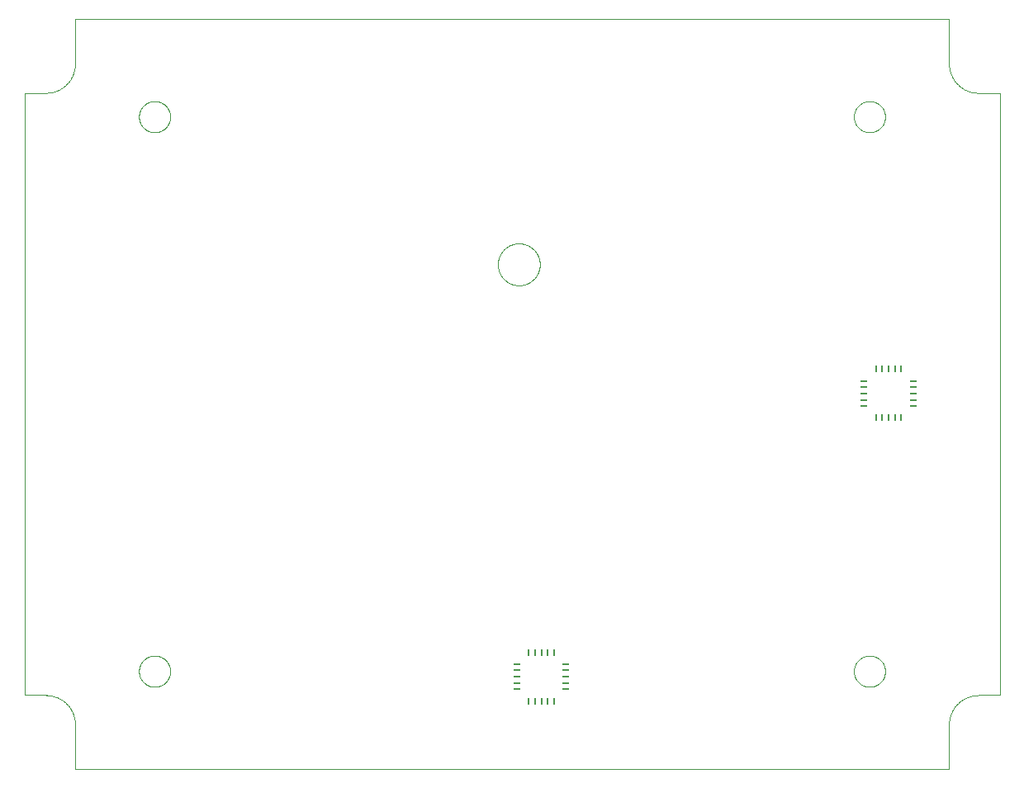
<source format=gbp>
G75*
%MOIN*%
%OFA0B0*%
%FSLAX25Y25*%
%IPPOS*%
%LPD*%
%AMOC8*
5,1,8,0,0,1.08239X$1,22.5*
%
%ADD10C,0.00000*%
%ADD11R,0.02559X0.00787*%
%ADD12R,0.00787X0.02559*%
D10*
X0022017Y0016053D02*
X0022017Y0034163D01*
X0022014Y0034448D01*
X0022003Y0034734D01*
X0021986Y0035019D01*
X0021962Y0035303D01*
X0021931Y0035587D01*
X0021893Y0035870D01*
X0021848Y0036151D01*
X0021797Y0036432D01*
X0021739Y0036712D01*
X0021674Y0036990D01*
X0021602Y0037266D01*
X0021524Y0037540D01*
X0021439Y0037813D01*
X0021347Y0038083D01*
X0021249Y0038351D01*
X0021145Y0038617D01*
X0021034Y0038880D01*
X0020917Y0039140D01*
X0020794Y0039398D01*
X0020664Y0039652D01*
X0020528Y0039903D01*
X0020387Y0040151D01*
X0020239Y0040395D01*
X0020086Y0040636D01*
X0019926Y0040872D01*
X0019761Y0041105D01*
X0019591Y0041334D01*
X0019415Y0041559D01*
X0019233Y0041779D01*
X0019047Y0041995D01*
X0018855Y0042206D01*
X0018658Y0042413D01*
X0018456Y0042615D01*
X0018249Y0042812D01*
X0018038Y0043004D01*
X0017822Y0043190D01*
X0017602Y0043372D01*
X0017377Y0043548D01*
X0017148Y0043718D01*
X0016915Y0043883D01*
X0016679Y0044043D01*
X0016438Y0044196D01*
X0016194Y0044344D01*
X0015946Y0044485D01*
X0015695Y0044621D01*
X0015441Y0044751D01*
X0015183Y0044874D01*
X0014923Y0044991D01*
X0014660Y0045102D01*
X0014394Y0045206D01*
X0014126Y0045304D01*
X0013856Y0045396D01*
X0013583Y0045481D01*
X0013309Y0045559D01*
X0013033Y0045631D01*
X0012755Y0045696D01*
X0012475Y0045754D01*
X0012194Y0045805D01*
X0011913Y0045850D01*
X0011630Y0045888D01*
X0011346Y0045919D01*
X0011062Y0045943D01*
X0010777Y0045960D01*
X0010491Y0045971D01*
X0010206Y0045974D01*
X0010206Y0045975D02*
X0001545Y0045975D01*
X0001545Y0289282D01*
X0010206Y0289282D01*
X0010491Y0289285D01*
X0010777Y0289296D01*
X0011062Y0289313D01*
X0011346Y0289337D01*
X0011630Y0289368D01*
X0011913Y0289406D01*
X0012194Y0289451D01*
X0012475Y0289502D01*
X0012755Y0289560D01*
X0013033Y0289625D01*
X0013309Y0289697D01*
X0013583Y0289775D01*
X0013856Y0289860D01*
X0014126Y0289952D01*
X0014394Y0290050D01*
X0014660Y0290154D01*
X0014923Y0290265D01*
X0015183Y0290382D01*
X0015441Y0290505D01*
X0015695Y0290635D01*
X0015946Y0290771D01*
X0016194Y0290912D01*
X0016438Y0291060D01*
X0016679Y0291213D01*
X0016915Y0291373D01*
X0017148Y0291538D01*
X0017377Y0291708D01*
X0017602Y0291884D01*
X0017822Y0292066D01*
X0018038Y0292252D01*
X0018249Y0292444D01*
X0018456Y0292641D01*
X0018658Y0292843D01*
X0018855Y0293050D01*
X0019047Y0293261D01*
X0019233Y0293477D01*
X0019415Y0293697D01*
X0019591Y0293922D01*
X0019761Y0294151D01*
X0019926Y0294384D01*
X0020086Y0294620D01*
X0020239Y0294861D01*
X0020387Y0295105D01*
X0020528Y0295353D01*
X0020664Y0295604D01*
X0020794Y0295858D01*
X0020917Y0296116D01*
X0021034Y0296376D01*
X0021145Y0296639D01*
X0021249Y0296905D01*
X0021347Y0297173D01*
X0021439Y0297443D01*
X0021524Y0297716D01*
X0021602Y0297990D01*
X0021674Y0298266D01*
X0021739Y0298544D01*
X0021797Y0298824D01*
X0021848Y0299105D01*
X0021893Y0299386D01*
X0021931Y0299669D01*
X0021962Y0299953D01*
X0021986Y0300237D01*
X0022003Y0300522D01*
X0022014Y0300808D01*
X0022017Y0301093D01*
X0022017Y0319203D01*
X0374773Y0319203D01*
X0374773Y0301093D01*
X0374776Y0300808D01*
X0374787Y0300522D01*
X0374804Y0300237D01*
X0374828Y0299953D01*
X0374859Y0299669D01*
X0374897Y0299386D01*
X0374942Y0299105D01*
X0374993Y0298824D01*
X0375051Y0298544D01*
X0375116Y0298266D01*
X0375188Y0297990D01*
X0375266Y0297716D01*
X0375351Y0297443D01*
X0375443Y0297173D01*
X0375541Y0296905D01*
X0375645Y0296639D01*
X0375756Y0296376D01*
X0375873Y0296116D01*
X0375996Y0295858D01*
X0376126Y0295604D01*
X0376262Y0295353D01*
X0376403Y0295105D01*
X0376551Y0294861D01*
X0376704Y0294620D01*
X0376864Y0294384D01*
X0377029Y0294151D01*
X0377199Y0293922D01*
X0377375Y0293697D01*
X0377557Y0293477D01*
X0377743Y0293261D01*
X0377935Y0293050D01*
X0378132Y0292843D01*
X0378334Y0292641D01*
X0378541Y0292444D01*
X0378752Y0292252D01*
X0378968Y0292066D01*
X0379188Y0291884D01*
X0379413Y0291708D01*
X0379642Y0291538D01*
X0379875Y0291373D01*
X0380111Y0291213D01*
X0380352Y0291060D01*
X0380596Y0290912D01*
X0380844Y0290771D01*
X0381095Y0290635D01*
X0381349Y0290505D01*
X0381607Y0290382D01*
X0381867Y0290265D01*
X0382130Y0290154D01*
X0382396Y0290050D01*
X0382664Y0289952D01*
X0382934Y0289860D01*
X0383207Y0289775D01*
X0383481Y0289697D01*
X0383757Y0289625D01*
X0384035Y0289560D01*
X0384315Y0289502D01*
X0384596Y0289451D01*
X0384877Y0289406D01*
X0385160Y0289368D01*
X0385444Y0289337D01*
X0385728Y0289313D01*
X0386013Y0289296D01*
X0386299Y0289285D01*
X0386584Y0289282D01*
X0395245Y0289282D01*
X0395245Y0045975D01*
X0386584Y0045975D01*
X0386584Y0045974D02*
X0386299Y0045971D01*
X0386013Y0045960D01*
X0385728Y0045943D01*
X0385444Y0045919D01*
X0385160Y0045888D01*
X0384877Y0045850D01*
X0384596Y0045805D01*
X0384315Y0045754D01*
X0384035Y0045696D01*
X0383757Y0045631D01*
X0383481Y0045559D01*
X0383207Y0045481D01*
X0382934Y0045396D01*
X0382664Y0045304D01*
X0382396Y0045206D01*
X0382130Y0045102D01*
X0381867Y0044991D01*
X0381607Y0044874D01*
X0381349Y0044751D01*
X0381095Y0044621D01*
X0380844Y0044485D01*
X0380596Y0044344D01*
X0380352Y0044196D01*
X0380111Y0044043D01*
X0379875Y0043883D01*
X0379642Y0043718D01*
X0379413Y0043548D01*
X0379188Y0043372D01*
X0378968Y0043190D01*
X0378752Y0043004D01*
X0378541Y0042812D01*
X0378334Y0042615D01*
X0378132Y0042413D01*
X0377935Y0042206D01*
X0377743Y0041995D01*
X0377557Y0041779D01*
X0377375Y0041559D01*
X0377199Y0041334D01*
X0377029Y0041105D01*
X0376864Y0040872D01*
X0376704Y0040636D01*
X0376551Y0040395D01*
X0376403Y0040151D01*
X0376262Y0039903D01*
X0376126Y0039652D01*
X0375996Y0039398D01*
X0375873Y0039140D01*
X0375756Y0038880D01*
X0375645Y0038617D01*
X0375541Y0038351D01*
X0375443Y0038083D01*
X0375351Y0037813D01*
X0375266Y0037540D01*
X0375188Y0037266D01*
X0375116Y0036990D01*
X0375051Y0036712D01*
X0374993Y0036432D01*
X0374942Y0036151D01*
X0374897Y0035870D01*
X0374859Y0035587D01*
X0374828Y0035303D01*
X0374804Y0035019D01*
X0374787Y0034734D01*
X0374776Y0034448D01*
X0374773Y0034163D01*
X0374773Y0016053D01*
X0022017Y0016053D01*
X0010600Y0045975D02*
X0010206Y0045975D01*
X0047805Y0055620D02*
X0047807Y0055778D01*
X0047813Y0055936D01*
X0047823Y0056094D01*
X0047837Y0056252D01*
X0047855Y0056409D01*
X0047876Y0056566D01*
X0047902Y0056722D01*
X0047932Y0056878D01*
X0047965Y0057033D01*
X0048003Y0057186D01*
X0048044Y0057339D01*
X0048089Y0057491D01*
X0048138Y0057642D01*
X0048191Y0057791D01*
X0048247Y0057939D01*
X0048307Y0058085D01*
X0048371Y0058230D01*
X0048439Y0058373D01*
X0048510Y0058515D01*
X0048584Y0058655D01*
X0048662Y0058792D01*
X0048744Y0058928D01*
X0048828Y0059062D01*
X0048917Y0059193D01*
X0049008Y0059322D01*
X0049103Y0059449D01*
X0049200Y0059574D01*
X0049301Y0059696D01*
X0049405Y0059815D01*
X0049512Y0059932D01*
X0049622Y0060046D01*
X0049735Y0060157D01*
X0049850Y0060266D01*
X0049968Y0060371D01*
X0050089Y0060473D01*
X0050212Y0060573D01*
X0050338Y0060669D01*
X0050466Y0060762D01*
X0050596Y0060852D01*
X0050729Y0060938D01*
X0050864Y0061022D01*
X0051000Y0061101D01*
X0051139Y0061178D01*
X0051280Y0061250D01*
X0051422Y0061320D01*
X0051566Y0061385D01*
X0051712Y0061447D01*
X0051859Y0061505D01*
X0052008Y0061560D01*
X0052158Y0061611D01*
X0052309Y0061658D01*
X0052461Y0061701D01*
X0052614Y0061740D01*
X0052769Y0061776D01*
X0052924Y0061807D01*
X0053080Y0061835D01*
X0053236Y0061859D01*
X0053393Y0061879D01*
X0053551Y0061895D01*
X0053708Y0061907D01*
X0053867Y0061915D01*
X0054025Y0061919D01*
X0054183Y0061919D01*
X0054341Y0061915D01*
X0054500Y0061907D01*
X0054657Y0061895D01*
X0054815Y0061879D01*
X0054972Y0061859D01*
X0055128Y0061835D01*
X0055284Y0061807D01*
X0055439Y0061776D01*
X0055594Y0061740D01*
X0055747Y0061701D01*
X0055899Y0061658D01*
X0056050Y0061611D01*
X0056200Y0061560D01*
X0056349Y0061505D01*
X0056496Y0061447D01*
X0056642Y0061385D01*
X0056786Y0061320D01*
X0056928Y0061250D01*
X0057069Y0061178D01*
X0057208Y0061101D01*
X0057344Y0061022D01*
X0057479Y0060938D01*
X0057612Y0060852D01*
X0057742Y0060762D01*
X0057870Y0060669D01*
X0057996Y0060573D01*
X0058119Y0060473D01*
X0058240Y0060371D01*
X0058358Y0060266D01*
X0058473Y0060157D01*
X0058586Y0060046D01*
X0058696Y0059932D01*
X0058803Y0059815D01*
X0058907Y0059696D01*
X0059008Y0059574D01*
X0059105Y0059449D01*
X0059200Y0059322D01*
X0059291Y0059193D01*
X0059380Y0059062D01*
X0059464Y0058928D01*
X0059546Y0058792D01*
X0059624Y0058655D01*
X0059698Y0058515D01*
X0059769Y0058373D01*
X0059837Y0058230D01*
X0059901Y0058085D01*
X0059961Y0057939D01*
X0060017Y0057791D01*
X0060070Y0057642D01*
X0060119Y0057491D01*
X0060164Y0057339D01*
X0060205Y0057186D01*
X0060243Y0057033D01*
X0060276Y0056878D01*
X0060306Y0056722D01*
X0060332Y0056566D01*
X0060353Y0056409D01*
X0060371Y0056252D01*
X0060385Y0056094D01*
X0060395Y0055936D01*
X0060401Y0055778D01*
X0060403Y0055620D01*
X0060401Y0055462D01*
X0060395Y0055304D01*
X0060385Y0055146D01*
X0060371Y0054988D01*
X0060353Y0054831D01*
X0060332Y0054674D01*
X0060306Y0054518D01*
X0060276Y0054362D01*
X0060243Y0054207D01*
X0060205Y0054054D01*
X0060164Y0053901D01*
X0060119Y0053749D01*
X0060070Y0053598D01*
X0060017Y0053449D01*
X0059961Y0053301D01*
X0059901Y0053155D01*
X0059837Y0053010D01*
X0059769Y0052867D01*
X0059698Y0052725D01*
X0059624Y0052585D01*
X0059546Y0052448D01*
X0059464Y0052312D01*
X0059380Y0052178D01*
X0059291Y0052047D01*
X0059200Y0051918D01*
X0059105Y0051791D01*
X0059008Y0051666D01*
X0058907Y0051544D01*
X0058803Y0051425D01*
X0058696Y0051308D01*
X0058586Y0051194D01*
X0058473Y0051083D01*
X0058358Y0050974D01*
X0058240Y0050869D01*
X0058119Y0050767D01*
X0057996Y0050667D01*
X0057870Y0050571D01*
X0057742Y0050478D01*
X0057612Y0050388D01*
X0057479Y0050302D01*
X0057344Y0050218D01*
X0057208Y0050139D01*
X0057069Y0050062D01*
X0056928Y0049990D01*
X0056786Y0049920D01*
X0056642Y0049855D01*
X0056496Y0049793D01*
X0056349Y0049735D01*
X0056200Y0049680D01*
X0056050Y0049629D01*
X0055899Y0049582D01*
X0055747Y0049539D01*
X0055594Y0049500D01*
X0055439Y0049464D01*
X0055284Y0049433D01*
X0055128Y0049405D01*
X0054972Y0049381D01*
X0054815Y0049361D01*
X0054657Y0049345D01*
X0054500Y0049333D01*
X0054341Y0049325D01*
X0054183Y0049321D01*
X0054025Y0049321D01*
X0053867Y0049325D01*
X0053708Y0049333D01*
X0053551Y0049345D01*
X0053393Y0049361D01*
X0053236Y0049381D01*
X0053080Y0049405D01*
X0052924Y0049433D01*
X0052769Y0049464D01*
X0052614Y0049500D01*
X0052461Y0049539D01*
X0052309Y0049582D01*
X0052158Y0049629D01*
X0052008Y0049680D01*
X0051859Y0049735D01*
X0051712Y0049793D01*
X0051566Y0049855D01*
X0051422Y0049920D01*
X0051280Y0049990D01*
X0051139Y0050062D01*
X0051000Y0050139D01*
X0050864Y0050218D01*
X0050729Y0050302D01*
X0050596Y0050388D01*
X0050466Y0050478D01*
X0050338Y0050571D01*
X0050212Y0050667D01*
X0050089Y0050767D01*
X0049968Y0050869D01*
X0049850Y0050974D01*
X0049735Y0051083D01*
X0049622Y0051194D01*
X0049512Y0051308D01*
X0049405Y0051425D01*
X0049301Y0051544D01*
X0049200Y0051666D01*
X0049103Y0051791D01*
X0049008Y0051918D01*
X0048917Y0052047D01*
X0048828Y0052178D01*
X0048744Y0052312D01*
X0048662Y0052448D01*
X0048584Y0052585D01*
X0048510Y0052725D01*
X0048439Y0052867D01*
X0048371Y0053010D01*
X0048307Y0053155D01*
X0048247Y0053301D01*
X0048191Y0053449D01*
X0048138Y0053598D01*
X0048089Y0053749D01*
X0048044Y0053901D01*
X0048003Y0054054D01*
X0047965Y0054207D01*
X0047932Y0054362D01*
X0047902Y0054518D01*
X0047876Y0054674D01*
X0047855Y0054831D01*
X0047837Y0054988D01*
X0047823Y0055146D01*
X0047813Y0055304D01*
X0047807Y0055462D01*
X0047805Y0055620D01*
X0192686Y0219990D02*
X0192689Y0220198D01*
X0192696Y0220405D01*
X0192709Y0220613D01*
X0192727Y0220820D01*
X0192750Y0221026D01*
X0192778Y0221232D01*
X0192811Y0221437D01*
X0192849Y0221641D01*
X0192892Y0221845D01*
X0192940Y0222047D01*
X0192993Y0222248D01*
X0193051Y0222447D01*
X0193113Y0222645D01*
X0193181Y0222842D01*
X0193253Y0223037D01*
X0193330Y0223229D01*
X0193412Y0223420D01*
X0193499Y0223609D01*
X0193590Y0223796D01*
X0193686Y0223980D01*
X0193786Y0224162D01*
X0193890Y0224342D01*
X0193999Y0224519D01*
X0194113Y0224693D01*
X0194230Y0224864D01*
X0194352Y0225033D01*
X0194478Y0225198D01*
X0194607Y0225360D01*
X0194741Y0225519D01*
X0194879Y0225675D01*
X0195020Y0225827D01*
X0195165Y0225976D01*
X0195314Y0226121D01*
X0195466Y0226262D01*
X0195622Y0226400D01*
X0195781Y0226534D01*
X0195943Y0226663D01*
X0196108Y0226789D01*
X0196277Y0226911D01*
X0196448Y0227028D01*
X0196622Y0227142D01*
X0196799Y0227251D01*
X0196979Y0227355D01*
X0197161Y0227455D01*
X0197345Y0227551D01*
X0197532Y0227642D01*
X0197721Y0227729D01*
X0197912Y0227811D01*
X0198104Y0227888D01*
X0198299Y0227960D01*
X0198496Y0228028D01*
X0198694Y0228090D01*
X0198893Y0228148D01*
X0199094Y0228201D01*
X0199296Y0228249D01*
X0199500Y0228292D01*
X0199704Y0228330D01*
X0199909Y0228363D01*
X0200115Y0228391D01*
X0200321Y0228414D01*
X0200528Y0228432D01*
X0200736Y0228445D01*
X0200943Y0228452D01*
X0201151Y0228455D01*
X0201359Y0228452D01*
X0201566Y0228445D01*
X0201774Y0228432D01*
X0201981Y0228414D01*
X0202187Y0228391D01*
X0202393Y0228363D01*
X0202598Y0228330D01*
X0202802Y0228292D01*
X0203006Y0228249D01*
X0203208Y0228201D01*
X0203409Y0228148D01*
X0203608Y0228090D01*
X0203806Y0228028D01*
X0204003Y0227960D01*
X0204198Y0227888D01*
X0204390Y0227811D01*
X0204581Y0227729D01*
X0204770Y0227642D01*
X0204957Y0227551D01*
X0205141Y0227455D01*
X0205323Y0227355D01*
X0205503Y0227251D01*
X0205680Y0227142D01*
X0205854Y0227028D01*
X0206025Y0226911D01*
X0206194Y0226789D01*
X0206359Y0226663D01*
X0206521Y0226534D01*
X0206680Y0226400D01*
X0206836Y0226262D01*
X0206988Y0226121D01*
X0207137Y0225976D01*
X0207282Y0225827D01*
X0207423Y0225675D01*
X0207561Y0225519D01*
X0207695Y0225360D01*
X0207824Y0225198D01*
X0207950Y0225033D01*
X0208072Y0224864D01*
X0208189Y0224693D01*
X0208303Y0224519D01*
X0208412Y0224342D01*
X0208516Y0224162D01*
X0208616Y0223980D01*
X0208712Y0223796D01*
X0208803Y0223609D01*
X0208890Y0223420D01*
X0208972Y0223229D01*
X0209049Y0223037D01*
X0209121Y0222842D01*
X0209189Y0222645D01*
X0209251Y0222447D01*
X0209309Y0222248D01*
X0209362Y0222047D01*
X0209410Y0221845D01*
X0209453Y0221641D01*
X0209491Y0221437D01*
X0209524Y0221232D01*
X0209552Y0221026D01*
X0209575Y0220820D01*
X0209593Y0220613D01*
X0209606Y0220405D01*
X0209613Y0220198D01*
X0209616Y0219990D01*
X0209613Y0219782D01*
X0209606Y0219575D01*
X0209593Y0219367D01*
X0209575Y0219160D01*
X0209552Y0218954D01*
X0209524Y0218748D01*
X0209491Y0218543D01*
X0209453Y0218339D01*
X0209410Y0218135D01*
X0209362Y0217933D01*
X0209309Y0217732D01*
X0209251Y0217533D01*
X0209189Y0217335D01*
X0209121Y0217138D01*
X0209049Y0216943D01*
X0208972Y0216751D01*
X0208890Y0216560D01*
X0208803Y0216371D01*
X0208712Y0216184D01*
X0208616Y0216000D01*
X0208516Y0215818D01*
X0208412Y0215638D01*
X0208303Y0215461D01*
X0208189Y0215287D01*
X0208072Y0215116D01*
X0207950Y0214947D01*
X0207824Y0214782D01*
X0207695Y0214620D01*
X0207561Y0214461D01*
X0207423Y0214305D01*
X0207282Y0214153D01*
X0207137Y0214004D01*
X0206988Y0213859D01*
X0206836Y0213718D01*
X0206680Y0213580D01*
X0206521Y0213446D01*
X0206359Y0213317D01*
X0206194Y0213191D01*
X0206025Y0213069D01*
X0205854Y0212952D01*
X0205680Y0212838D01*
X0205503Y0212729D01*
X0205323Y0212625D01*
X0205141Y0212525D01*
X0204957Y0212429D01*
X0204770Y0212338D01*
X0204581Y0212251D01*
X0204390Y0212169D01*
X0204198Y0212092D01*
X0204003Y0212020D01*
X0203806Y0211952D01*
X0203608Y0211890D01*
X0203409Y0211832D01*
X0203208Y0211779D01*
X0203006Y0211731D01*
X0202802Y0211688D01*
X0202598Y0211650D01*
X0202393Y0211617D01*
X0202187Y0211589D01*
X0201981Y0211566D01*
X0201774Y0211548D01*
X0201566Y0211535D01*
X0201359Y0211528D01*
X0201151Y0211525D01*
X0200943Y0211528D01*
X0200736Y0211535D01*
X0200528Y0211548D01*
X0200321Y0211566D01*
X0200115Y0211589D01*
X0199909Y0211617D01*
X0199704Y0211650D01*
X0199500Y0211688D01*
X0199296Y0211731D01*
X0199094Y0211779D01*
X0198893Y0211832D01*
X0198694Y0211890D01*
X0198496Y0211952D01*
X0198299Y0212020D01*
X0198104Y0212092D01*
X0197912Y0212169D01*
X0197721Y0212251D01*
X0197532Y0212338D01*
X0197345Y0212429D01*
X0197161Y0212525D01*
X0196979Y0212625D01*
X0196799Y0212729D01*
X0196622Y0212838D01*
X0196448Y0212952D01*
X0196277Y0213069D01*
X0196108Y0213191D01*
X0195943Y0213317D01*
X0195781Y0213446D01*
X0195622Y0213580D01*
X0195466Y0213718D01*
X0195314Y0213859D01*
X0195165Y0214004D01*
X0195020Y0214153D01*
X0194879Y0214305D01*
X0194741Y0214461D01*
X0194607Y0214620D01*
X0194478Y0214782D01*
X0194352Y0214947D01*
X0194230Y0215116D01*
X0194113Y0215287D01*
X0193999Y0215461D01*
X0193890Y0215638D01*
X0193786Y0215818D01*
X0193686Y0216000D01*
X0193590Y0216184D01*
X0193499Y0216371D01*
X0193412Y0216560D01*
X0193330Y0216751D01*
X0193253Y0216943D01*
X0193181Y0217138D01*
X0193113Y0217335D01*
X0193051Y0217533D01*
X0192993Y0217732D01*
X0192940Y0217933D01*
X0192892Y0218135D01*
X0192849Y0218339D01*
X0192811Y0218543D01*
X0192778Y0218748D01*
X0192750Y0218954D01*
X0192727Y0219160D01*
X0192709Y0219367D01*
X0192696Y0219575D01*
X0192689Y0219782D01*
X0192686Y0219990D01*
X0047805Y0279636D02*
X0047807Y0279794D01*
X0047813Y0279952D01*
X0047823Y0280110D01*
X0047837Y0280268D01*
X0047855Y0280425D01*
X0047876Y0280582D01*
X0047902Y0280738D01*
X0047932Y0280894D01*
X0047965Y0281049D01*
X0048003Y0281202D01*
X0048044Y0281355D01*
X0048089Y0281507D01*
X0048138Y0281658D01*
X0048191Y0281807D01*
X0048247Y0281955D01*
X0048307Y0282101D01*
X0048371Y0282246D01*
X0048439Y0282389D01*
X0048510Y0282531D01*
X0048584Y0282671D01*
X0048662Y0282808D01*
X0048744Y0282944D01*
X0048828Y0283078D01*
X0048917Y0283209D01*
X0049008Y0283338D01*
X0049103Y0283465D01*
X0049200Y0283590D01*
X0049301Y0283712D01*
X0049405Y0283831D01*
X0049512Y0283948D01*
X0049622Y0284062D01*
X0049735Y0284173D01*
X0049850Y0284282D01*
X0049968Y0284387D01*
X0050089Y0284489D01*
X0050212Y0284589D01*
X0050338Y0284685D01*
X0050466Y0284778D01*
X0050596Y0284868D01*
X0050729Y0284954D01*
X0050864Y0285038D01*
X0051000Y0285117D01*
X0051139Y0285194D01*
X0051280Y0285266D01*
X0051422Y0285336D01*
X0051566Y0285401D01*
X0051712Y0285463D01*
X0051859Y0285521D01*
X0052008Y0285576D01*
X0052158Y0285627D01*
X0052309Y0285674D01*
X0052461Y0285717D01*
X0052614Y0285756D01*
X0052769Y0285792D01*
X0052924Y0285823D01*
X0053080Y0285851D01*
X0053236Y0285875D01*
X0053393Y0285895D01*
X0053551Y0285911D01*
X0053708Y0285923D01*
X0053867Y0285931D01*
X0054025Y0285935D01*
X0054183Y0285935D01*
X0054341Y0285931D01*
X0054500Y0285923D01*
X0054657Y0285911D01*
X0054815Y0285895D01*
X0054972Y0285875D01*
X0055128Y0285851D01*
X0055284Y0285823D01*
X0055439Y0285792D01*
X0055594Y0285756D01*
X0055747Y0285717D01*
X0055899Y0285674D01*
X0056050Y0285627D01*
X0056200Y0285576D01*
X0056349Y0285521D01*
X0056496Y0285463D01*
X0056642Y0285401D01*
X0056786Y0285336D01*
X0056928Y0285266D01*
X0057069Y0285194D01*
X0057208Y0285117D01*
X0057344Y0285038D01*
X0057479Y0284954D01*
X0057612Y0284868D01*
X0057742Y0284778D01*
X0057870Y0284685D01*
X0057996Y0284589D01*
X0058119Y0284489D01*
X0058240Y0284387D01*
X0058358Y0284282D01*
X0058473Y0284173D01*
X0058586Y0284062D01*
X0058696Y0283948D01*
X0058803Y0283831D01*
X0058907Y0283712D01*
X0059008Y0283590D01*
X0059105Y0283465D01*
X0059200Y0283338D01*
X0059291Y0283209D01*
X0059380Y0283078D01*
X0059464Y0282944D01*
X0059546Y0282808D01*
X0059624Y0282671D01*
X0059698Y0282531D01*
X0059769Y0282389D01*
X0059837Y0282246D01*
X0059901Y0282101D01*
X0059961Y0281955D01*
X0060017Y0281807D01*
X0060070Y0281658D01*
X0060119Y0281507D01*
X0060164Y0281355D01*
X0060205Y0281202D01*
X0060243Y0281049D01*
X0060276Y0280894D01*
X0060306Y0280738D01*
X0060332Y0280582D01*
X0060353Y0280425D01*
X0060371Y0280268D01*
X0060385Y0280110D01*
X0060395Y0279952D01*
X0060401Y0279794D01*
X0060403Y0279636D01*
X0060401Y0279478D01*
X0060395Y0279320D01*
X0060385Y0279162D01*
X0060371Y0279004D01*
X0060353Y0278847D01*
X0060332Y0278690D01*
X0060306Y0278534D01*
X0060276Y0278378D01*
X0060243Y0278223D01*
X0060205Y0278070D01*
X0060164Y0277917D01*
X0060119Y0277765D01*
X0060070Y0277614D01*
X0060017Y0277465D01*
X0059961Y0277317D01*
X0059901Y0277171D01*
X0059837Y0277026D01*
X0059769Y0276883D01*
X0059698Y0276741D01*
X0059624Y0276601D01*
X0059546Y0276464D01*
X0059464Y0276328D01*
X0059380Y0276194D01*
X0059291Y0276063D01*
X0059200Y0275934D01*
X0059105Y0275807D01*
X0059008Y0275682D01*
X0058907Y0275560D01*
X0058803Y0275441D01*
X0058696Y0275324D01*
X0058586Y0275210D01*
X0058473Y0275099D01*
X0058358Y0274990D01*
X0058240Y0274885D01*
X0058119Y0274783D01*
X0057996Y0274683D01*
X0057870Y0274587D01*
X0057742Y0274494D01*
X0057612Y0274404D01*
X0057479Y0274318D01*
X0057344Y0274234D01*
X0057208Y0274155D01*
X0057069Y0274078D01*
X0056928Y0274006D01*
X0056786Y0273936D01*
X0056642Y0273871D01*
X0056496Y0273809D01*
X0056349Y0273751D01*
X0056200Y0273696D01*
X0056050Y0273645D01*
X0055899Y0273598D01*
X0055747Y0273555D01*
X0055594Y0273516D01*
X0055439Y0273480D01*
X0055284Y0273449D01*
X0055128Y0273421D01*
X0054972Y0273397D01*
X0054815Y0273377D01*
X0054657Y0273361D01*
X0054500Y0273349D01*
X0054341Y0273341D01*
X0054183Y0273337D01*
X0054025Y0273337D01*
X0053867Y0273341D01*
X0053708Y0273349D01*
X0053551Y0273361D01*
X0053393Y0273377D01*
X0053236Y0273397D01*
X0053080Y0273421D01*
X0052924Y0273449D01*
X0052769Y0273480D01*
X0052614Y0273516D01*
X0052461Y0273555D01*
X0052309Y0273598D01*
X0052158Y0273645D01*
X0052008Y0273696D01*
X0051859Y0273751D01*
X0051712Y0273809D01*
X0051566Y0273871D01*
X0051422Y0273936D01*
X0051280Y0274006D01*
X0051139Y0274078D01*
X0051000Y0274155D01*
X0050864Y0274234D01*
X0050729Y0274318D01*
X0050596Y0274404D01*
X0050466Y0274494D01*
X0050338Y0274587D01*
X0050212Y0274683D01*
X0050089Y0274783D01*
X0049968Y0274885D01*
X0049850Y0274990D01*
X0049735Y0275099D01*
X0049622Y0275210D01*
X0049512Y0275324D01*
X0049405Y0275441D01*
X0049301Y0275560D01*
X0049200Y0275682D01*
X0049103Y0275807D01*
X0049008Y0275934D01*
X0048917Y0276063D01*
X0048828Y0276194D01*
X0048744Y0276328D01*
X0048662Y0276464D01*
X0048584Y0276601D01*
X0048510Y0276741D01*
X0048439Y0276883D01*
X0048371Y0277026D01*
X0048307Y0277171D01*
X0048247Y0277317D01*
X0048191Y0277465D01*
X0048138Y0277614D01*
X0048089Y0277765D01*
X0048044Y0277917D01*
X0048003Y0278070D01*
X0047965Y0278223D01*
X0047932Y0278378D01*
X0047902Y0278534D01*
X0047876Y0278690D01*
X0047855Y0278847D01*
X0047837Y0279004D01*
X0047823Y0279162D01*
X0047813Y0279320D01*
X0047807Y0279478D01*
X0047805Y0279636D01*
X0336387Y0279636D02*
X0336389Y0279794D01*
X0336395Y0279952D01*
X0336405Y0280110D01*
X0336419Y0280268D01*
X0336437Y0280425D01*
X0336458Y0280582D01*
X0336484Y0280738D01*
X0336514Y0280894D01*
X0336547Y0281049D01*
X0336585Y0281202D01*
X0336626Y0281355D01*
X0336671Y0281507D01*
X0336720Y0281658D01*
X0336773Y0281807D01*
X0336829Y0281955D01*
X0336889Y0282101D01*
X0336953Y0282246D01*
X0337021Y0282389D01*
X0337092Y0282531D01*
X0337166Y0282671D01*
X0337244Y0282808D01*
X0337326Y0282944D01*
X0337410Y0283078D01*
X0337499Y0283209D01*
X0337590Y0283338D01*
X0337685Y0283465D01*
X0337782Y0283590D01*
X0337883Y0283712D01*
X0337987Y0283831D01*
X0338094Y0283948D01*
X0338204Y0284062D01*
X0338317Y0284173D01*
X0338432Y0284282D01*
X0338550Y0284387D01*
X0338671Y0284489D01*
X0338794Y0284589D01*
X0338920Y0284685D01*
X0339048Y0284778D01*
X0339178Y0284868D01*
X0339311Y0284954D01*
X0339446Y0285038D01*
X0339582Y0285117D01*
X0339721Y0285194D01*
X0339862Y0285266D01*
X0340004Y0285336D01*
X0340148Y0285401D01*
X0340294Y0285463D01*
X0340441Y0285521D01*
X0340590Y0285576D01*
X0340740Y0285627D01*
X0340891Y0285674D01*
X0341043Y0285717D01*
X0341196Y0285756D01*
X0341351Y0285792D01*
X0341506Y0285823D01*
X0341662Y0285851D01*
X0341818Y0285875D01*
X0341975Y0285895D01*
X0342133Y0285911D01*
X0342290Y0285923D01*
X0342449Y0285931D01*
X0342607Y0285935D01*
X0342765Y0285935D01*
X0342923Y0285931D01*
X0343082Y0285923D01*
X0343239Y0285911D01*
X0343397Y0285895D01*
X0343554Y0285875D01*
X0343710Y0285851D01*
X0343866Y0285823D01*
X0344021Y0285792D01*
X0344176Y0285756D01*
X0344329Y0285717D01*
X0344481Y0285674D01*
X0344632Y0285627D01*
X0344782Y0285576D01*
X0344931Y0285521D01*
X0345078Y0285463D01*
X0345224Y0285401D01*
X0345368Y0285336D01*
X0345510Y0285266D01*
X0345651Y0285194D01*
X0345790Y0285117D01*
X0345926Y0285038D01*
X0346061Y0284954D01*
X0346194Y0284868D01*
X0346324Y0284778D01*
X0346452Y0284685D01*
X0346578Y0284589D01*
X0346701Y0284489D01*
X0346822Y0284387D01*
X0346940Y0284282D01*
X0347055Y0284173D01*
X0347168Y0284062D01*
X0347278Y0283948D01*
X0347385Y0283831D01*
X0347489Y0283712D01*
X0347590Y0283590D01*
X0347687Y0283465D01*
X0347782Y0283338D01*
X0347873Y0283209D01*
X0347962Y0283078D01*
X0348046Y0282944D01*
X0348128Y0282808D01*
X0348206Y0282671D01*
X0348280Y0282531D01*
X0348351Y0282389D01*
X0348419Y0282246D01*
X0348483Y0282101D01*
X0348543Y0281955D01*
X0348599Y0281807D01*
X0348652Y0281658D01*
X0348701Y0281507D01*
X0348746Y0281355D01*
X0348787Y0281202D01*
X0348825Y0281049D01*
X0348858Y0280894D01*
X0348888Y0280738D01*
X0348914Y0280582D01*
X0348935Y0280425D01*
X0348953Y0280268D01*
X0348967Y0280110D01*
X0348977Y0279952D01*
X0348983Y0279794D01*
X0348985Y0279636D01*
X0348983Y0279478D01*
X0348977Y0279320D01*
X0348967Y0279162D01*
X0348953Y0279004D01*
X0348935Y0278847D01*
X0348914Y0278690D01*
X0348888Y0278534D01*
X0348858Y0278378D01*
X0348825Y0278223D01*
X0348787Y0278070D01*
X0348746Y0277917D01*
X0348701Y0277765D01*
X0348652Y0277614D01*
X0348599Y0277465D01*
X0348543Y0277317D01*
X0348483Y0277171D01*
X0348419Y0277026D01*
X0348351Y0276883D01*
X0348280Y0276741D01*
X0348206Y0276601D01*
X0348128Y0276464D01*
X0348046Y0276328D01*
X0347962Y0276194D01*
X0347873Y0276063D01*
X0347782Y0275934D01*
X0347687Y0275807D01*
X0347590Y0275682D01*
X0347489Y0275560D01*
X0347385Y0275441D01*
X0347278Y0275324D01*
X0347168Y0275210D01*
X0347055Y0275099D01*
X0346940Y0274990D01*
X0346822Y0274885D01*
X0346701Y0274783D01*
X0346578Y0274683D01*
X0346452Y0274587D01*
X0346324Y0274494D01*
X0346194Y0274404D01*
X0346061Y0274318D01*
X0345926Y0274234D01*
X0345790Y0274155D01*
X0345651Y0274078D01*
X0345510Y0274006D01*
X0345368Y0273936D01*
X0345224Y0273871D01*
X0345078Y0273809D01*
X0344931Y0273751D01*
X0344782Y0273696D01*
X0344632Y0273645D01*
X0344481Y0273598D01*
X0344329Y0273555D01*
X0344176Y0273516D01*
X0344021Y0273480D01*
X0343866Y0273449D01*
X0343710Y0273421D01*
X0343554Y0273397D01*
X0343397Y0273377D01*
X0343239Y0273361D01*
X0343082Y0273349D01*
X0342923Y0273341D01*
X0342765Y0273337D01*
X0342607Y0273337D01*
X0342449Y0273341D01*
X0342290Y0273349D01*
X0342133Y0273361D01*
X0341975Y0273377D01*
X0341818Y0273397D01*
X0341662Y0273421D01*
X0341506Y0273449D01*
X0341351Y0273480D01*
X0341196Y0273516D01*
X0341043Y0273555D01*
X0340891Y0273598D01*
X0340740Y0273645D01*
X0340590Y0273696D01*
X0340441Y0273751D01*
X0340294Y0273809D01*
X0340148Y0273871D01*
X0340004Y0273936D01*
X0339862Y0274006D01*
X0339721Y0274078D01*
X0339582Y0274155D01*
X0339446Y0274234D01*
X0339311Y0274318D01*
X0339178Y0274404D01*
X0339048Y0274494D01*
X0338920Y0274587D01*
X0338794Y0274683D01*
X0338671Y0274783D01*
X0338550Y0274885D01*
X0338432Y0274990D01*
X0338317Y0275099D01*
X0338204Y0275210D01*
X0338094Y0275324D01*
X0337987Y0275441D01*
X0337883Y0275560D01*
X0337782Y0275682D01*
X0337685Y0275807D01*
X0337590Y0275934D01*
X0337499Y0276063D01*
X0337410Y0276194D01*
X0337326Y0276328D01*
X0337244Y0276464D01*
X0337166Y0276601D01*
X0337092Y0276741D01*
X0337021Y0276883D01*
X0336953Y0277026D01*
X0336889Y0277171D01*
X0336829Y0277317D01*
X0336773Y0277465D01*
X0336720Y0277614D01*
X0336671Y0277765D01*
X0336626Y0277917D01*
X0336585Y0278070D01*
X0336547Y0278223D01*
X0336514Y0278378D01*
X0336484Y0278534D01*
X0336458Y0278690D01*
X0336437Y0278847D01*
X0336419Y0279004D01*
X0336405Y0279162D01*
X0336395Y0279320D01*
X0336389Y0279478D01*
X0336387Y0279636D01*
X0336387Y0055620D02*
X0336389Y0055778D01*
X0336395Y0055936D01*
X0336405Y0056094D01*
X0336419Y0056252D01*
X0336437Y0056409D01*
X0336458Y0056566D01*
X0336484Y0056722D01*
X0336514Y0056878D01*
X0336547Y0057033D01*
X0336585Y0057186D01*
X0336626Y0057339D01*
X0336671Y0057491D01*
X0336720Y0057642D01*
X0336773Y0057791D01*
X0336829Y0057939D01*
X0336889Y0058085D01*
X0336953Y0058230D01*
X0337021Y0058373D01*
X0337092Y0058515D01*
X0337166Y0058655D01*
X0337244Y0058792D01*
X0337326Y0058928D01*
X0337410Y0059062D01*
X0337499Y0059193D01*
X0337590Y0059322D01*
X0337685Y0059449D01*
X0337782Y0059574D01*
X0337883Y0059696D01*
X0337987Y0059815D01*
X0338094Y0059932D01*
X0338204Y0060046D01*
X0338317Y0060157D01*
X0338432Y0060266D01*
X0338550Y0060371D01*
X0338671Y0060473D01*
X0338794Y0060573D01*
X0338920Y0060669D01*
X0339048Y0060762D01*
X0339178Y0060852D01*
X0339311Y0060938D01*
X0339446Y0061022D01*
X0339582Y0061101D01*
X0339721Y0061178D01*
X0339862Y0061250D01*
X0340004Y0061320D01*
X0340148Y0061385D01*
X0340294Y0061447D01*
X0340441Y0061505D01*
X0340590Y0061560D01*
X0340740Y0061611D01*
X0340891Y0061658D01*
X0341043Y0061701D01*
X0341196Y0061740D01*
X0341351Y0061776D01*
X0341506Y0061807D01*
X0341662Y0061835D01*
X0341818Y0061859D01*
X0341975Y0061879D01*
X0342133Y0061895D01*
X0342290Y0061907D01*
X0342449Y0061915D01*
X0342607Y0061919D01*
X0342765Y0061919D01*
X0342923Y0061915D01*
X0343082Y0061907D01*
X0343239Y0061895D01*
X0343397Y0061879D01*
X0343554Y0061859D01*
X0343710Y0061835D01*
X0343866Y0061807D01*
X0344021Y0061776D01*
X0344176Y0061740D01*
X0344329Y0061701D01*
X0344481Y0061658D01*
X0344632Y0061611D01*
X0344782Y0061560D01*
X0344931Y0061505D01*
X0345078Y0061447D01*
X0345224Y0061385D01*
X0345368Y0061320D01*
X0345510Y0061250D01*
X0345651Y0061178D01*
X0345790Y0061101D01*
X0345926Y0061022D01*
X0346061Y0060938D01*
X0346194Y0060852D01*
X0346324Y0060762D01*
X0346452Y0060669D01*
X0346578Y0060573D01*
X0346701Y0060473D01*
X0346822Y0060371D01*
X0346940Y0060266D01*
X0347055Y0060157D01*
X0347168Y0060046D01*
X0347278Y0059932D01*
X0347385Y0059815D01*
X0347489Y0059696D01*
X0347590Y0059574D01*
X0347687Y0059449D01*
X0347782Y0059322D01*
X0347873Y0059193D01*
X0347962Y0059062D01*
X0348046Y0058928D01*
X0348128Y0058792D01*
X0348206Y0058655D01*
X0348280Y0058515D01*
X0348351Y0058373D01*
X0348419Y0058230D01*
X0348483Y0058085D01*
X0348543Y0057939D01*
X0348599Y0057791D01*
X0348652Y0057642D01*
X0348701Y0057491D01*
X0348746Y0057339D01*
X0348787Y0057186D01*
X0348825Y0057033D01*
X0348858Y0056878D01*
X0348888Y0056722D01*
X0348914Y0056566D01*
X0348935Y0056409D01*
X0348953Y0056252D01*
X0348967Y0056094D01*
X0348977Y0055936D01*
X0348983Y0055778D01*
X0348985Y0055620D01*
X0348983Y0055462D01*
X0348977Y0055304D01*
X0348967Y0055146D01*
X0348953Y0054988D01*
X0348935Y0054831D01*
X0348914Y0054674D01*
X0348888Y0054518D01*
X0348858Y0054362D01*
X0348825Y0054207D01*
X0348787Y0054054D01*
X0348746Y0053901D01*
X0348701Y0053749D01*
X0348652Y0053598D01*
X0348599Y0053449D01*
X0348543Y0053301D01*
X0348483Y0053155D01*
X0348419Y0053010D01*
X0348351Y0052867D01*
X0348280Y0052725D01*
X0348206Y0052585D01*
X0348128Y0052448D01*
X0348046Y0052312D01*
X0347962Y0052178D01*
X0347873Y0052047D01*
X0347782Y0051918D01*
X0347687Y0051791D01*
X0347590Y0051666D01*
X0347489Y0051544D01*
X0347385Y0051425D01*
X0347278Y0051308D01*
X0347168Y0051194D01*
X0347055Y0051083D01*
X0346940Y0050974D01*
X0346822Y0050869D01*
X0346701Y0050767D01*
X0346578Y0050667D01*
X0346452Y0050571D01*
X0346324Y0050478D01*
X0346194Y0050388D01*
X0346061Y0050302D01*
X0345926Y0050218D01*
X0345790Y0050139D01*
X0345651Y0050062D01*
X0345510Y0049990D01*
X0345368Y0049920D01*
X0345224Y0049855D01*
X0345078Y0049793D01*
X0344931Y0049735D01*
X0344782Y0049680D01*
X0344632Y0049629D01*
X0344481Y0049582D01*
X0344329Y0049539D01*
X0344176Y0049500D01*
X0344021Y0049464D01*
X0343866Y0049433D01*
X0343710Y0049405D01*
X0343554Y0049381D01*
X0343397Y0049361D01*
X0343239Y0049345D01*
X0343082Y0049333D01*
X0342923Y0049325D01*
X0342765Y0049321D01*
X0342607Y0049321D01*
X0342449Y0049325D01*
X0342290Y0049333D01*
X0342133Y0049345D01*
X0341975Y0049361D01*
X0341818Y0049381D01*
X0341662Y0049405D01*
X0341506Y0049433D01*
X0341351Y0049464D01*
X0341196Y0049500D01*
X0341043Y0049539D01*
X0340891Y0049582D01*
X0340740Y0049629D01*
X0340590Y0049680D01*
X0340441Y0049735D01*
X0340294Y0049793D01*
X0340148Y0049855D01*
X0340004Y0049920D01*
X0339862Y0049990D01*
X0339721Y0050062D01*
X0339582Y0050139D01*
X0339446Y0050218D01*
X0339311Y0050302D01*
X0339178Y0050388D01*
X0339048Y0050478D01*
X0338920Y0050571D01*
X0338794Y0050667D01*
X0338671Y0050767D01*
X0338550Y0050869D01*
X0338432Y0050974D01*
X0338317Y0051083D01*
X0338204Y0051194D01*
X0338094Y0051308D01*
X0337987Y0051425D01*
X0337883Y0051544D01*
X0337782Y0051666D01*
X0337685Y0051791D01*
X0337590Y0051918D01*
X0337499Y0052047D01*
X0337410Y0052178D01*
X0337326Y0052312D01*
X0337244Y0052448D01*
X0337166Y0052585D01*
X0337092Y0052725D01*
X0337021Y0052867D01*
X0336953Y0053010D01*
X0336889Y0053155D01*
X0336829Y0053301D01*
X0336773Y0053449D01*
X0336720Y0053598D01*
X0336671Y0053749D01*
X0336626Y0053901D01*
X0336585Y0054054D01*
X0336547Y0054207D01*
X0336514Y0054362D01*
X0336484Y0054518D01*
X0336458Y0054674D01*
X0336437Y0054831D01*
X0336419Y0054988D01*
X0336405Y0055146D01*
X0336395Y0055304D01*
X0336389Y0055462D01*
X0336387Y0055620D01*
D11*
X0220049Y0056014D03*
X0220049Y0058573D03*
X0220049Y0053455D03*
X0220049Y0050896D03*
X0220049Y0048337D03*
X0200364Y0048337D03*
X0200364Y0050896D03*
X0200364Y0053455D03*
X0200364Y0056014D03*
X0200364Y0058573D03*
X0340521Y0162707D03*
X0340521Y0165266D03*
X0340521Y0167825D03*
X0340521Y0170384D03*
X0340521Y0172943D03*
X0360206Y0172943D03*
X0360206Y0170384D03*
X0360206Y0167825D03*
X0360206Y0165266D03*
X0360206Y0162707D03*
D12*
X0355482Y0157982D03*
X0352923Y0157982D03*
X0350364Y0157982D03*
X0347804Y0157982D03*
X0345245Y0157982D03*
X0345245Y0177667D03*
X0347804Y0177667D03*
X0350364Y0177667D03*
X0352923Y0177667D03*
X0355482Y0177667D03*
X0215324Y0063297D03*
X0212765Y0063297D03*
X0210206Y0063297D03*
X0207647Y0063297D03*
X0205088Y0063297D03*
X0205088Y0043612D03*
X0207647Y0043612D03*
X0210206Y0043612D03*
X0212765Y0043612D03*
X0215324Y0043612D03*
M02*

</source>
